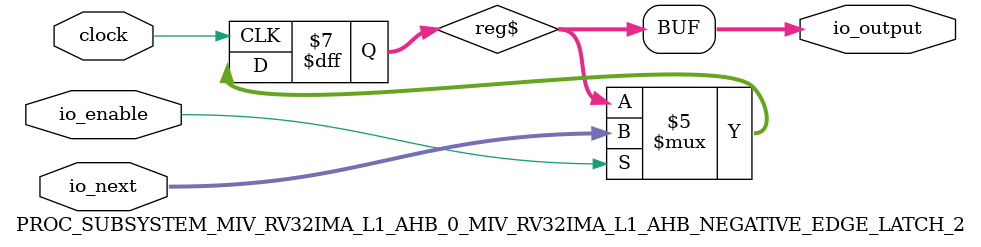
<source format=v>
`define RANDOMIZE
`timescale 1ns/10ps
module PROC_SUBSYSTEM_MIV_RV32IMA_L1_AHB_0_MIV_RV32IMA_L1_AHB_NEGATIVE_EDGE_LATCH_2(
  input        clock,
  input  [4:0] io_next,
  input        io_enable,
  output [4:0] io_output
);
  reg [4:0] reg$;
  reg [31:0] _RAND_0;
  wire [4:0] _GEN_0;
  assign io_output = reg$;
  assign _GEN_0 = io_enable ? io_next : reg$;
`ifdef RANDOMIZE
  integer initvar;
  initial begin
    `ifndef verilator
      #0.002 begin end
    `endif
  `ifdef RANDOMIZE_REG_INIT
  _RAND_0 = {1{$random}};
  reg$ = _RAND_0[4:0];
  `endif // RANDOMIZE_REG_INIT
  end
`endif // RANDOMIZE
  always @(posedge clock) begin
    if (io_enable) begin
      reg$ <= io_next;
    end
  end
endmodule

</source>
